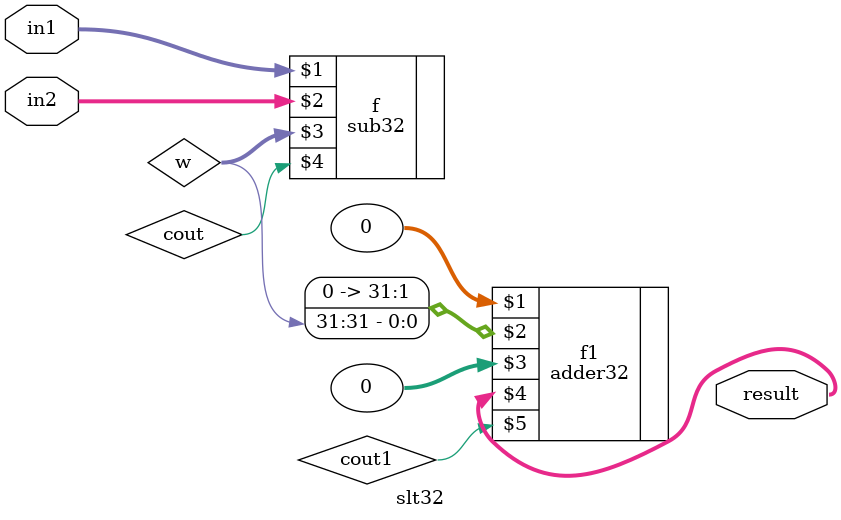
<source format=v>
module slt32(in1,in2,result);
	input [31:0] in1,in2;
	output [31:0] result;
	wire [31:0] w;
	wire cout,cout1;
	
	sub32 f(in1,in2,w,cout);
	adder32 f1(32'd0,{31'd0,w[31]},32'd0,result,cout1);

endmodule
</source>
